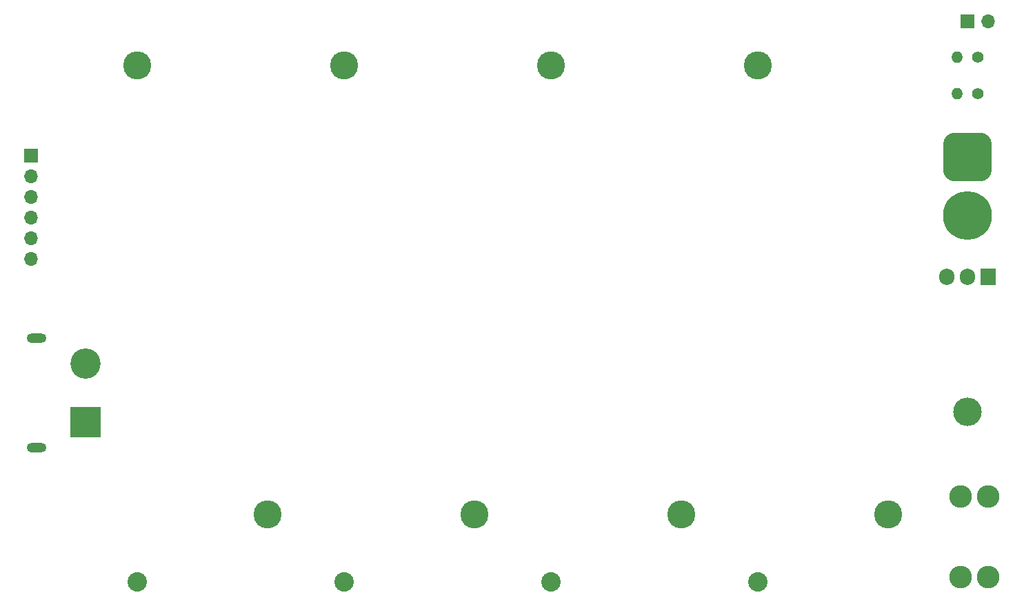
<source format=gbr>
%TF.GenerationSoftware,KiCad,Pcbnew,(6.0.5)*%
%TF.CreationDate,2022-05-14T14:58:19-07:00*%
%TF.ProjectId,li-ion-horn,6c692d69-6f6e-42d6-986f-726e2e6b6963,rev?*%
%TF.SameCoordinates,Original*%
%TF.FileFunction,Soldermask,Bot*%
%TF.FilePolarity,Negative*%
%FSLAX46Y46*%
G04 Gerber Fmt 4.6, Leading zero omitted, Abs format (unit mm)*
G04 Created by KiCad (PCBNEW (6.0.5)) date 2022-05-14 14:58:19*
%MOMM*%
%LPD*%
G01*
G04 APERTURE LIST*
G04 Aperture macros list*
%AMRoundRect*
0 Rectangle with rounded corners*
0 $1 Rounding radius*
0 $2 $3 $4 $5 $6 $7 $8 $9 X,Y pos of 4 corners*
0 Add a 4 corners polygon primitive as box body*
4,1,4,$2,$3,$4,$5,$6,$7,$8,$9,$2,$3,0*
0 Add four circle primitives for the rounded corners*
1,1,$1+$1,$2,$3*
1,1,$1+$1,$4,$5*
1,1,$1+$1,$6,$7*
1,1,$1+$1,$8,$9*
0 Add four rect primitives between the rounded corners*
20,1,$1+$1,$2,$3,$4,$5,0*
20,1,$1+$1,$4,$5,$6,$7,0*
20,1,$1+$1,$6,$7,$8,$9,0*
20,1,$1+$1,$8,$9,$2,$3,0*%
G04 Aperture macros list end*
%ADD10R,1.700000X1.700000*%
%ADD11O,1.700000X1.700000*%
%ADD12C,2.390000*%
%ADD13C,3.450000*%
%ADD14C,2.780000*%
%ADD15C,1.400000*%
%ADD16O,1.400000X1.400000*%
%ADD17O,3.500000X3.500000*%
%ADD18R,1.905000X2.000000*%
%ADD19O,1.905000X2.000000*%
%ADD20RoundRect,1.500000X-1.500000X1.500000X-1.500000X-1.500000X1.500000X-1.500000X1.500000X1.500000X0*%
%ADD21C,6.000000*%
%ADD22R,3.716000X3.716000*%
%ADD23C,3.716000*%
%ADD24O,2.400000X1.200000*%
G04 APERTURE END LIST*
D10*
%TO.C,SW1*%
X170180000Y-68580000D03*
D11*
X172720000Y-68580000D03*
%TD*%
D12*
%TO.C,BT4*%
X144400000Y-137530000D03*
D13*
X144400000Y-74000000D03*
X160400000Y-129200000D03*
%TD*%
D10*
%TO.C,J1*%
X55200000Y-85115000D03*
D11*
X55200000Y-87655000D03*
X55200000Y-90195000D03*
X55200000Y-92735000D03*
X55200000Y-95275000D03*
X55200000Y-97815000D03*
%TD*%
D12*
%TO.C,BT1*%
X68200000Y-137530000D03*
D13*
X68200000Y-74000000D03*
X84200000Y-129200000D03*
%TD*%
D14*
%TO.C,F1*%
X172720000Y-127000000D03*
X169320000Y-127000000D03*
X172720000Y-136920000D03*
X169320000Y-136920000D03*
%TD*%
D15*
%TO.C,R2*%
X171400000Y-77470000D03*
D16*
X168860000Y-77470000D03*
%TD*%
D13*
%TO.C,BT2*%
X109600000Y-129200000D03*
D12*
X93600000Y-137530000D03*
D13*
X93600000Y-74000000D03*
%TD*%
D15*
%TO.C,R1*%
X171450000Y-73025000D03*
D16*
X168910000Y-73025000D03*
%TD*%
D17*
%TO.C,Q1*%
X170180000Y-116650000D03*
D18*
X172720000Y-99990000D03*
D19*
X170180000Y-99990000D03*
X167640000Y-99990000D03*
%TD*%
D20*
%TO.C,J3*%
X170180000Y-85300000D03*
D21*
X170180000Y-92500000D03*
%TD*%
D22*
%TO.C,J2*%
X61880000Y-117900000D03*
D23*
X61880000Y-110700000D03*
D24*
X55880000Y-121050000D03*
X55880000Y-107550000D03*
%TD*%
D13*
%TO.C,BT3*%
X119000000Y-74000000D03*
X135000000Y-129200000D03*
D12*
X119000000Y-137530000D03*
%TD*%
M02*

</source>
